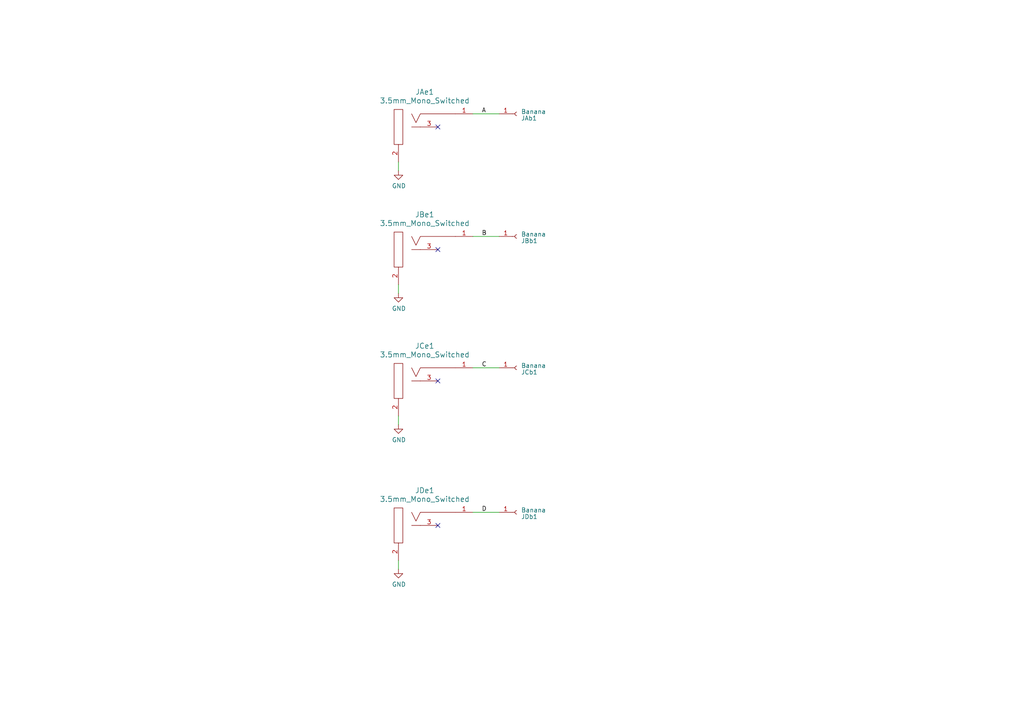
<source format=kicad_sch>
(kicad_sch (version 20231120) (generator "eeschema") (generator_version "8.0")
  (paper "A4")
  (lib_symbols
    (symbol "258D-rescue:Conn_01x01_Female-Connector" (pin_names (offset 1.016) hide)
      (property "Reference" "J" (at 0 2.54 0))
      (property "Value" "Connector_Conn_01x01_Female" (at 0 -2.54 0))
      (symbol "Conn_01x01_Female-Connector_1_1"
        (polyline (pts (xy -1.27 0) (xy -0.508 0)) (stroke (width 0.1524)))
        (arc (start 0 0.508) (mid -0.508 0) (end 0 -0.508) (stroke (width 0.1524)))
        (pin passive line (at -5.08 0 0) (length 3.81) (name "Pin_1") (number "1"))
      )
    )
    (symbol "258D-rescue:GND-power" (power) (pin_names (offset 0))
      (property "Value" "power_GND" (at 0 -3.81 0))
      (symbol "GND-power_0_1"
        (polyline (pts (xy 0 0) (xy 0 -1.27) (xy 1.27 -1.27) (xy 0 -2.54) (xy -1.27 -1.27) (xy 0 -1.27)))
      )
      (symbol "GND-power_1_1"
        (pin power_in line (at 0 0 270) (length 0) hide (name "GND") (number "1"))
      )
    )
    (symbol "4ms_Jack:3.5mm_Mono_Switched" (pin_names (offset 0) hide)
      (property "Reference" "J" (at -6.35 -7.62 0))
      (property "Value" "3.5mm_Mono_Switched" (at 6.35 6.604 0))
      (symbol "3.5mm_Mono_Switched_0_0"
        (rectangle (start -6.35 5.08) (end -3.81 -5.08))
        (polyline (pts (xy -1.27 0) (xy 1.27 0)))
        (polyline (pts (xy -1.27 3.81) (xy 0 1.27) (xy 1.27 3.81) (xy 11.43 3.81)))
      )
      (symbol "3.5mm_Mono_Switched_1_1"
        (pin passive line (at 16.51 3.81 180) (length 5.08) (name "SIG") (number "1"))
        (pin passive line (at -5.08 -10.16 90) (length 5.08) (name "SHEILD") (number "2"))
        (pin passive line (at 6.35 0 180) (length 5.08) (name "SW") (number "3"))
      )
    )
  )
  (no_connect (at 127 36.83))
  (no_connect (at 127 72.39))
  (no_connect (at 127 110.49))
  (no_connect (at 127 152.4))
  (wire (pts (xy 115.57 82.55) (xy 115.57 85.09)))
  (wire (pts (xy 115.57 46.99) (xy 115.57 49.53)))
  (wire (pts (xy 137.16 106.68) (xy 144.78 106.68)))
  (wire (pts (xy 137.16 68.58) (xy 144.78 68.58)))
  (wire (pts (xy 137.16 148.59) (xy 144.78 148.59)))
  (wire (pts (xy 115.57 162.56) (xy 115.57 165.1)))
  (wire (pts (xy 137.16 33.02) (xy 144.78 33.02)))
  (wire (pts (xy 115.57 120.65) (xy 115.57 123.19)))
  (label "A" (at 139.7 33.02 0))
  (label "B" (at 139.7 68.58 0))
  (label "C" (at 139.7 106.68 0))
  (label "D" (at 139.7 148.59 0))
  (symbol (lib_id "258D-rescue:GND-power") (at 115.57 123.19 0) (unit 1)
    (property "Reference" "#PWR03" (effects (hide yes)))
    (property "Value" "GND" (at 115.697 127.5842 0))
  )
  (symbol (lib_id "4ms_Jack:3.5mm_Mono_Switched") (at 120.65 36.83 0) (unit 1)
    (property "Reference" "JAe1" (at 123.19 26.67 0) (effects (font (size 1.524 1.524))))
    (property "Value" "3.5mm_Mono_Switched" (at 123.19 29.21 0) (effects (font (size 1.524 1.524))))
    (property "Footprint" "4ms_Jack:EighthInch_PJ398SM" (effects (hide yes)))
    (property "Description" "Audio 3.5mm Jack, mono, switched, PC-pin Vertical" (effects (hide yes)))
    (property "Specifications" "Audio 3.5mm Jack, mono, switched, PC-pin Vertical" (effects (hide yes)))
    (property "Manufacturer" "Wenzhou QingPu Electronics Co" (effects (hide yes)))
    (property "Part Number" "WQP-WQP518MA" (effects (hide yes)))
    (property "Production Stage" "C" (effects (hide yes)))
  )
  (symbol (lib_id "258D-rescue:Conn_01x01_Female-Connector") (at 149.86 148.59 0) (mirror x) (unit 1)
    (property "Reference" "JDb1" (at 151.13 149.86 0) (effects (justify left)))
    (property "Value" "Banana" (at 151.13 147.955 0) (effects (justify left)))
    (property "Footprint" "258d lib:Johnson_108-09XX-001" (effects (hide yes)))
    (property "Populate" "DNP" (effects (hide yes)))
  )
  (symbol (lib_id "258D-rescue:Conn_01x01_Female-Connector") (at 149.86 33.02 0) (mirror x) (unit 1)
    (property "Reference" "JAb1" (at 151.13 34.29 0) (effects (justify left)))
    (property "Value" "Banana" (at 151.13 32.385 0) (effects (justify left)))
    (property "Footprint" "258d lib:Johnson_108-09XX-001" (effects (hide yes)))
    (property "Populate" "DNP" (effects (hide yes)))
  )
  (symbol (lib_id "258D-rescue:GND-power") (at 115.57 165.1 0) (unit 1)
    (property "Reference" "#PWR04" (effects (hide yes)))
    (property "Value" "GND" (at 115.697 169.4942 0))
  )
  (symbol (lib_id "4ms_Jack:3.5mm_Mono_Switched") (at 120.65 152.4 0) (unit 1)
    (property "Reference" "JDe1" (at 123.19 142.24 0) (effects (font (size 1.524 1.524))))
    (property "Value" "3.5mm_Mono_Switched" (at 123.19 144.78 0) (effects (font (size 1.524 1.524))))
    (property "Footprint" "4ms_Jack:EighthInch_PJ398SM" (effects (hide yes)))
    (property "Description" "Audio 3.5mm Jack, mono, switched, PC-pin Vertical" (effects (hide yes)))
    (property "Specifications" "Audio 3.5mm Jack, mono, switched, PC-pin Vertical" (effects (hide yes)))
    (property "Manufacturer" "Wenzhou QingPu Electronics Co" (effects (hide yes)))
    (property "Part Number" "WQP-WQP518MA" (effects (hide yes)))
    (property "Production Stage" "C" (effects (hide yes)))
  )
  (symbol (lib_id "258D-rescue:Conn_01x01_Female-Connector") (at 149.86 106.68 0) (mirror x) (unit 1)
    (property "Reference" "JCb1" (at 151.13 107.95 0) (effects (justify left)))
    (property "Value" "Banana" (at 151.13 106.045 0) (effects (justify left)))
    (property "Footprint" "258d lib:Johnson_108-09XX-001" (effects (hide yes)))
    (property "Populate" "DNP" (effects (hide yes)))
  )
  (symbol (lib_id "258D-rescue:GND-power") (at 115.57 49.53 0) (unit 1)
    (property "Reference" "#PWR01" (effects (hide yes)))
    (property "Value" "GND" (at 115.697 53.9242 0))
  )
  (symbol (lib_id "4ms_Jack:3.5mm_Mono_Switched") (at 120.65 72.39 0) (unit 1)
    (property "Reference" "JBe1" (at 123.19 62.23 0) (effects (font (size 1.524 1.524))))
    (property "Value" "3.5mm_Mono_Switched" (at 123.19 64.77 0) (effects (font (size 1.524 1.524))))
    (property "Footprint" "4ms_Jack:EighthInch_PJ398SM" (effects (hide yes)))
    (property "Description" "Audio 3.5mm Jack, mono, switched, PC-pin Vertical" (effects (hide yes)))
    (property "Specifications" "Audio 3.5mm Jack, mono, switched, PC-pin Vertical" (effects (hide yes)))
    (property "Manufacturer" "Wenzhou QingPu Electronics Co" (effects (hide yes)))
    (property "Part Number" "WQP-WQP518MA" (effects (hide yes)))
    (property "Production Stage" "C" (effects (hide yes)))
  )
  (symbol (lib_id "258D-rescue:GND-power") (at 115.57 85.09 0) (unit 1)
    (property "Reference" "#PWR02" (effects (hide yes)))
    (property "Value" "GND" (at 115.697 89.4842 0))
  )
  (symbol (lib_id "258D-rescue:Conn_01x01_Female-Connector") (at 149.86 68.58 0) (mirror x) (unit 1)
    (property "Reference" "JBb1" (at 151.13 69.85 0) (effects (justify left)))
    (property "Value" "Banana" (at 151.13 67.945 0) (effects (justify left)))
    (property "Footprint" "258d lib:Johnson_108-09XX-001" (effects (hide yes)))
    (property "Populate" "DNP" (effects (hide yes)))
  )
  (symbol (lib_id "4ms_Jack:3.5mm_Mono_Switched") (at 120.65 110.49 0) (unit 1)
    (property "Reference" "JCe1" (at 123.19 100.33 0) (effects (font (size 1.524 1.524))))
    (property "Value" "3.5mm_Mono_Switched" (at 123.19 102.87 0) (effects (font (size 1.524 1.524))))
    (property "Footprint" "4ms_Jack:EighthInch_PJ398SM" (effects (hide yes)))
    (property "Description" "Audio 3.5mm Jack, mono, switched, PC-pin Vertical" (effects (hide yes)))
    (property "Specifications" "Audio 3.5mm Jack, mono, switched, PC-pin Vertical" (effects (hide yes)))
    (property "Manufacturer" "Wenzhou QingPu Electronics Co" (effects (hide yes)))
    (property "Part Number" "WQP-WQP518MA" (effects (hide yes)))
    (property "Production Stage" "C" (effects (hide yes)))
  )
)
</source>
